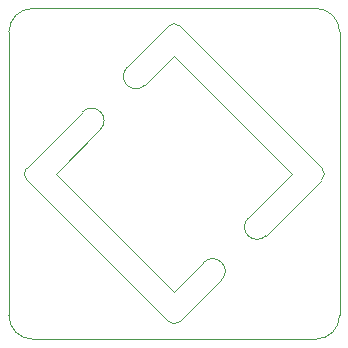
<source format=gbr>
%TF.GenerationSoftware,KiCad,Pcbnew,(5.1.6)-1*%
%TF.CreationDate,2021-01-25T18:01:45+00:00*%
%TF.ProjectId,Illum,496c6c75-6d2e-46b6-9963-61645f706362,rev?*%
%TF.SameCoordinates,Original*%
%TF.FileFunction,Profile,NP*%
%FSLAX46Y46*%
G04 Gerber Fmt 4.6, Leading zero omitted, Abs format (unit mm)*
G04 Created by KiCad (PCBNEW (5.1.6)-1) date 2021-01-25 18:01:45*
%MOMM*%
%LPD*%
G01*
G04 APERTURE LIST*
%TA.AperFunction,Profile*%
%ADD10C,0.050000*%
%TD*%
%TA.AperFunction,Profile*%
%ADD11C,0.100000*%
%TD*%
G04 APERTURE END LIST*
D10*
X126499999Y-106499999D02*
X121750000Y-111250000D01*
X116500001Y-113500001D02*
X114000000Y-116000000D01*
X116500001Y-113500001D02*
G75*
G02*
X117999999Y-114999999I749999J-749999D01*
G01*
X121749999Y-111249999D02*
G75*
G02*
X120250001Y-109750001I-749999J749999D01*
G01*
D11*
X124000000Y-106000000D02*
X120250001Y-109750001D01*
D10*
X111499999Y-98499999D02*
X114000000Y-96000000D01*
X110000001Y-97000001D02*
X113500001Y-93500001D01*
X111499999Y-98499999D02*
G75*
G02*
X110000001Y-97000001I-749999J749999D01*
G01*
X106250001Y-100750001D02*
G75*
G02*
X107749999Y-102249999I749999J-749999D01*
G01*
D11*
X114000000Y-96000000D02*
X124000000Y-106000000D01*
X104000000Y-106000000D02*
X107749999Y-102249999D01*
X114000000Y-116000000D02*
X104000000Y-106000000D01*
D10*
X114499999Y-118499999D02*
G75*
G02*
X113500001Y-118499999I-499999J499999D01*
G01*
X101500001Y-106499999D02*
G75*
G02*
X101500001Y-105500001I499999J499999D01*
G01*
X113500001Y-93500001D02*
G75*
G02*
X114499999Y-93500001I499999J-499999D01*
G01*
X126499999Y-105500001D02*
G75*
G02*
X126499999Y-106499999I-499999J-499999D01*
G01*
D11*
X114500000Y-93500000D02*
X126499999Y-105500001D01*
X101500001Y-105500001D02*
X106250001Y-100750001D01*
X113500001Y-118499999D02*
X101500001Y-106499999D01*
X118000000Y-115000000D02*
X114500000Y-118500000D01*
D10*
X102000000Y-120000000D02*
G75*
G02*
X100000000Y-118000000I0J2000000D01*
G01*
X128000000Y-118000000D02*
G75*
G02*
X126000000Y-120000000I-2000000J0D01*
G01*
X126000000Y-92000000D02*
G75*
G02*
X128000000Y-94000000I0J-2000000D01*
G01*
X100000000Y-94000000D02*
G75*
G02*
X102000000Y-92000000I2000000J0D01*
G01*
D11*
X128000000Y-94000000D02*
X128000000Y-118000000D01*
X102000000Y-92000000D02*
X126000000Y-92000000D01*
X100000000Y-118000000D02*
X100000000Y-94000000D01*
X126000000Y-120000000D02*
X102000000Y-120000000D01*
M02*

</source>
